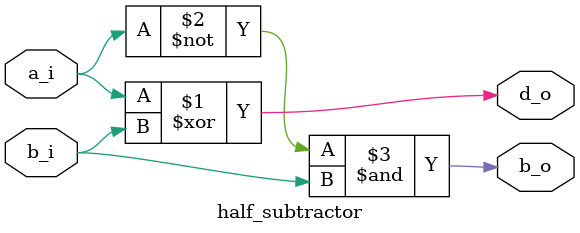
<source format=sv>
`timescale 1ns / 1ps


module half_subtractor(
    input logic a_i,
    input logic b_i,
    output logic d_o,
    output logic b_o
    );
    

assign d_o = a_i ^ b_i; 
assign b_o = ~a_i & b_i;

endmodule

</source>
